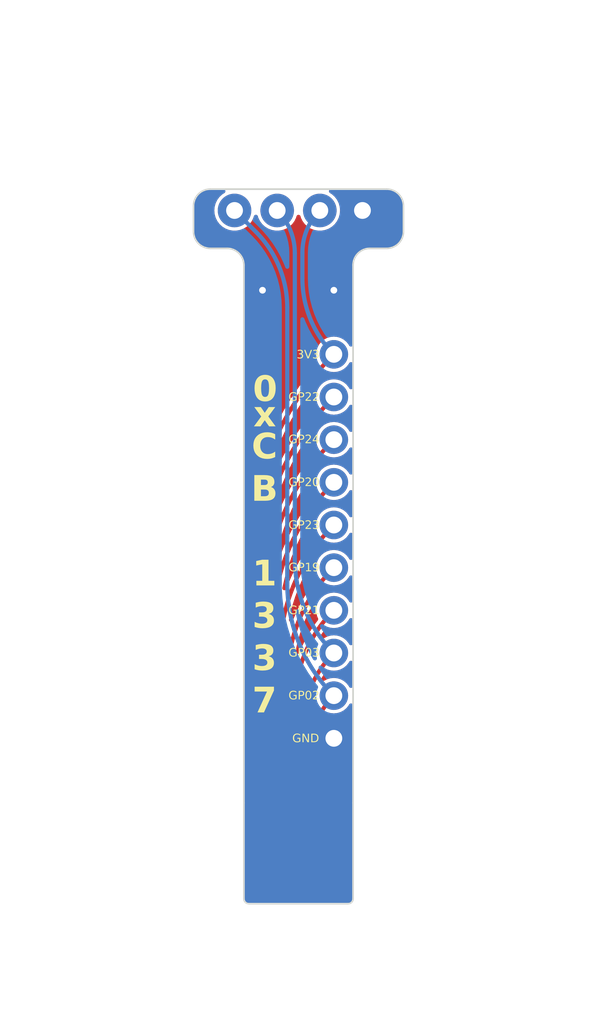
<source format=kicad_pcb>
(kicad_pcb (version 20221018) (generator pcbnew)
  (layers (0 "F.Cu" signal) (31 "B.Cu" signal) (34 "B.Paste" user) (35 "F.Paste" user) (36 "B.SilkS" user "B.Silkscreen") (37 "F.SilkS" user "F.Silkscreen") (38 "B.Mask" user) (39 "F.Mask" user) (44 "Edge.Cuts" user))
  (net 0 "")
  (net 1 "VCC")
  (net 2 "/i2c_scl")
  (net 3 "/i2c_sda")
  (net 4 "/spi_cs")
  (net 5 "/spi_dc")
  (net 6 "/spi_sdo")
  (net 7 "/spi_sdi")
  (net 8 "/spi_rst")
  (net 9 "/misc")
  (net 10 "GND")
  (footprint "Connector_PinHeader_2.54mm:PinHeader_1x10_P2.54mm_Vertical" (layer "F.Cu") (at 138.25 89.675 180)
    (fp_text reference "J3" hide)
    (fp_text value "Conn_01x10_Pin" hide)
    (pad "1" thru_hole roundrect (at 0 0 180) (size 1.7 1.7) (drill 1) (layers "*.Cu" "*.Mask") (net 10 "GND"))
    (pad "2" thru_hole oval (at 0 2.54 180) (size 1.7 1.7) (drill 1) (layers "*.Cu" "*.Mask") (net 3 "/i2c_sda"))
    (pad "3" thru_hole oval (at 0 5.08 180) (size 1.7 1.7) (drill 1) (layers "*.Cu" "*.Mask") (net 2 "/i2c_scl"))
    (pad "4" thru_hole oval (at 0 7.62 180) (size 1.7 1.7) (drill 1) (layers "*.Cu" "*.Mask") (net 4 "/spi_cs"))
    (pad "5" thru_hole oval (at 0 10.16 180) (size 1.7 1.7) (drill 1) (layers "*.Cu" "*.Mask") (net 5 "/spi_dc"))
    (pad "6" thru_hole oval (at 0 12.7 180) (size 1.7 1.7) (drill 1) (layers "*.Cu" "*.Mask") (net 6 "/spi_sdo"))
    (pad "7" thru_hole oval (at 0 15.24 180) (size 1.7 1.7) (drill 1) (layers "*.Cu" "*.Mask") (net 7 "/spi_sdi"))
    (pad "8" thru_hole oval (at 0 17.78 180) (size 1.7 1.7) (drill 1) (layers "*.Cu" "*.Mask") (net 8 "/spi_rst"))
    (pad "9" thru_hole oval (at 0 20.32 180) (size 1.7 1.7) (drill 1) (layers "*.Cu" "*.Mask") (net 9 "/misc"))
    (pad "10" thru_hole oval (at 0 22.86 180) (size 1.7 1.7) (drill 1) (layers "*.Cu" "*.Mask") (net 1 "VCC"))
  )
  (footprint "Library:FFC-SMD_12P-P0.50_X05B20U12T" (layer "F.Cu") (at 136.144 96.52)
    (fp_text reference "J1" hide)
    (fp_text value "fpc" hide)
    (fp_line (start -3.25 2.7) (end -3.25 -3) (stroke (width 0.1)) (layer "Edge.Cuts"))
    (fp_line (start -2.95 3) (end 2.95 3) (stroke (width 0.1)) (layer "Edge.Cuts"))
    (fp_line (start 3.25 2.7) (end 3.25 -3) (stroke (width 0.1)) (layer "Edge.Cuts"))
    (fp_arc (start -2.95 3) (mid -3.162132 2.912132) (end -3.25 2.7) (stroke (width 0.1)) (layer "Edge.Cuts"))
    (fp_arc (start 3.25 2.7) (mid 3.162132 2.912132) (end 2.95 3) (stroke (width 0.1)) (layer "Edge.Cuts"))
    (pad "1" smd rect (at -2.75 1.5) (size 0.3 3) (layers "F.Cu" "F.Paste" "F.Mask") (net 1 "VCC"))
    (pad "2" smd rect (at -2.25 1.5) (size 0.3 3) (layers "F.Cu" "F.Paste" "F.Mask") (net 1 "VCC"))
    (pad "3" smd rect (at -1.75 1.5) (size 0.3 3) (layers "F.Cu" "F.Paste" "F.Mask") (net 9 "/misc"))
    (pad "4" smd rect (at -1.25 1.5) (size 0.3 3) (layers "F.Cu" "F.Paste" "F.Mask") (net 8 "/spi_rst"))
    (pad "5" smd rect (at -0.75 1.5) (size 0.3 3) (layers "F.Cu" "F.Paste" "F.Mask") (net 7 "/spi_sdi"))
    (pad "6" smd rect (at -0.25 1.5) (size 0.3 3) (layers "F.Cu" "F.Paste" "F.Mask") (net 6 "/spi_sdo"))
    (pad "7" smd rect (at 0.25 1.5) (size 0.3 3) (layers "F.Cu" "F.Paste" "F.Mask") (net 5 "/spi_dc"))
    (pad "8" smd rect (at 0.75 1.5) (size 0.3 3) (layers "F.Cu" "F.Paste" "F.Mask") (net 4 "/spi_cs"))
    (pad "9" smd rect (at 1.25 1.5) (size 0.3 3) (layers "F.Cu" "F.Paste" "F.Mask") (net 2 "/i2c_scl"))
    (pad "10" smd rect (at 1.75 1.5) (size 0.3 3) (layers "F.Cu" "F.Paste" "F.Mask") (net 3 "/i2c_sda"))
    (pad "11" smd rect (at 2.25 1.5) (size 0.3 3) (layers "F.Cu" "F.Paste" "F.Mask") (net 10 "GND"))
    (pad "12" smd rect (at 2.75 1.5) (size 0.3 3) (layers "F.Cu" "F.Paste" "F.Mask") (net 10 "GND"))
  )
  (footprint "Library:oled" (layer "B.Cu") (at 136.144 58.25 180)
    (fp_text reference "J2" hide)
    (fp_text value "oled" hide)
    (fp_line (start -6.250106 0.254) (end -6.250106 -1.255768) (stroke (width 0.1)) (layer "Edge.Cuts"))
    (fp_line (start -5.250106 1.27) (end 5.249894 1.27) (stroke (width 0.1)) (layer "Edge.Cuts"))
    (fp_line (start -4.250106 -2.255768) (end -5.250106 -2.255768) (stroke (width 0.1)) (layer "Edge.Cuts"))
    (fp_line (start 4.249894 -2.255768) (end 5.249894 -2.255768) (stroke (width 0.1)) (layer "Edge.Cuts"))
    (fp_line (start 6.249894 0.254) (end 6.249894 -1.255768) (stroke (width 0.1)) (layer "Edge.Cuts"))
    (fp_arc (start -6.250106 -1.255768) (mid -5.957213 -1.962875) (end -5.250106 -2.255768) (stroke (width 0.1)) (layer "Edge.Cuts"))
    (fp_arc (start -5.250106 1.27) (mid -5.957213 0.977107) (end -6.250106 0.27) (stroke (width 0.1)) (layer "Edge.Cuts"))
    (fp_arc (start -3.250106 -3.255768) (mid -3.542999 -2.548661) (end -4.250106 -2.255768) (stroke (width 0.1)) (layer "Edge.Cuts"))
    (fp_arc (start 4.249894 -2.255768) (mid 3.542782 -2.548654) (end 3.249894 -3.255768) (stroke (width 0.1)) (layer "Edge.Cuts"))
    (fp_arc (start 5.249894 -2.255768) (mid 5.956995 -1.96287) (end 6.249894 -1.255768) (stroke (width 0.1)) (layer "Edge.Cuts"))
    (fp_arc (start 6.249894 0.27) (mid 5.957006 0.977111) (end 5.249894 1.27) (stroke (width 0.1)) (layer "Edge.Cuts"))
    (pad "1" thru_hole roundrect (at -3.81 0 90) (size 2 2) (drill 1) (layers "*.Cu" "*.Mask") (net 10 "GND"))
    (pad "2" thru_hole circle (at -1.27 0 90) (size 2 2) (drill 1) (layers "*.Cu" "*.Mask") (net 1 "VCC"))
    (pad "3" thru_hole circle (at 1.27 0 90) (size 2 2) (drill 1) (layers "*.Cu" "*.Mask") (net 2 "/i2c_scl"))
    (pad "4" thru_hole circle (at 3.81 0 90) (size 2 2) (drill 1) (layers "*.Cu" "*.Mask") (net 3 "/i2c_sda"))
  )
  (gr_line (start 132.894 93.52) (end 132.894106 61.505768) (stroke (width 0.1)) (layer "Edge.Cuts"))
  (gr_line (start 139.394 93.52) (end 139.394106 61.505768) (stroke (width 0.1)) (layer "Edge.Cuts"))
  (gr_text "GP02" (at 137.4 87.15) (layer "F.SilkS") (effects (font (size 0.5 0.5) (thickness 0.0625)) (justify right)))
  (gr_text "GND\n" (at 137.375 89.7) (layer "F.SilkS") (effects (font (size 0.5 0.5) (thickness 0.0625)) (justify right)))
  (gr_text "GP21" (at 137.4 82.075) (layer "F.SilkS") (effects (font (size 0.5 0.5) (thickness 0.0625)) (justify right)))
  (gr_text "GP20" (at 137.4 74.45) (layer "F.SilkS") (effects (font (size 0.5 0.5) (thickness 0.0625)) (justify right)))
  (gr_text "GP19" (at 137.4 79.525) (layer "F.SilkS") (effects (font (size 0.5 0.5) (thickness 0.0625)) (justify right)))
  (gr_text "GP03" (at 137.4 84.6) (layer "F.SilkS") (effects (font (size 0.5 0.5) (thickness 0.0625)) (justify right)))
  (gr_text "C\nB\n \n1\n3\n3\n7" (at 134.12 79.95) (layer "F.SilkS") (effects (font (size 1.5 1.5) (thickness 0.3) bold)))
  (gr_text "GP22" (at 137.4 69.375) (layer "F.SilkS") (effects (font (size 0.5 0.5) (thickness 0.0625)) (justify right)))
  (gr_text "GP23" (at 137.4 77) (layer "F.SilkS") (effects (font (size 0.5 0.5) (thickness 0.0625)) (justify right)))
  (gr_text "GP24" (at 137.4 71.9) (layer "F.SilkS") (effects (font (size 0.5 0.5) (thickness 0.0625)) (justify right)))
  (gr_text "0" (at 134.155 68.97) (layer "F.SilkS") (effects (font (size 1.5 1.5) (thickness 0.3) bold)))
  (gr_text "3V3" (at 137.4 66.85) (layer "F.SilkS") (effects (font (size 0.5 0.5) (thickness 0.0625)) (justify right)))
  (gr_text "x" (at 134.135 70.48) (layer "F.SilkS") (effects (font (size 1.5 1.5) (thickness 0.3) bold)))
  (segment (start 133.225 95.397447) (end 133.225 78.946442) (width 0.25) (layer "F.Cu") (net 1))
  (segment (start 133.394 98.02) (end 133.65 97.764) (width 0.25) (layer "F.Cu") (net 1))
  (segment (start 133.444974 95.90737) (end 133.430025 95.892421) (width 0.25) (layer "F.Cu") (net 1))
  (segment (start 133.65 97.764) (end 133.65 96.402325) (width 0.25) (layer "F.Cu") (net 1))
  (arc (start 138.25 66.815) (mid 134.530958 72.380946) (end 133.225 78.946442) (width 0.25) (layer "F.Cu") (net 1))
  (arc (start 133.430025 95.892421) (mid 133.278285 95.665325) (end 133.225 95.397447) (width 0.25) (layer "F.Cu") (net 1))
  (arc (start 133.444974 95.90737) (mid 133.596727 96.134481) (end 133.65 96.402325) (width 0.25) (layer "F.Cu") (net 1))
  (segment (start 136.375 62.28833) (end 136.375 60.758332) (width 0.25) (layer "B.Cu") (net 1))
  (arc (start 136.375 60.758332) (mid 136.645021 59.400846) (end 137.414 58.25) (width 0.25) (layer "B.Cu") (net 1))
  (arc (start 136.375 62.28833) (mid 136.8623 64.738154) (end 138.25 66.815) (width 0.25) (layer "B.Cu") (net 1))
  (segment (start 137.394 98.02) (end 137.394 96.30417) (width 0.25) (layer "F.Cu") (net 2))
  (segment (start 136.375 93.844146) (end 136.375 89.121581) (width 0.25) (layer "F.Cu") (net 2))
  (arc (start 136.755761 94.763385) (mid 137.228139 95.470327) (end 137.394 96.30417) (width 0.25) (layer "F.Cu") (net 2))
  (arc (start 136.755761 94.763385) (mid 136.473956 94.341635) (end 136.375 93.844146) (width 0.25) (layer "F.Cu") (net 2))
  (arc (start 138.25 84.595) (mid 136.862284 86.67184) (end 136.375 89.121581) (width 0.25) (layer "F.Cu") (net 2))
  (segment (start 135.925 78.981955) (end 135.925 60.787252) (width 0.25) (layer "B.Cu") (net 2))
  (arc (start 134.874 58.25) (mid 135.65187 59.414135) (end 135.925 60.787252) (width 0.25) (layer "B.Cu") (net 2))
  (arc (start 138.25 84.595) (mid 136.529247 82.019712) (end 135.925 78.981955) (width 0.25) (layer "B.Cu") (net 2))
  (segment (start 137.894 98.02) (end 137.894 96.238501) (width 0.25) (layer "F.Cu") (net 3))
  (segment (start 136.825 93.65775) (end 136.825 90.575321) (width 0.25) (layer "F.Cu") (net 3))
  (arc (start 136.825 93.65775) (mid 136.923957 94.155238) (end 137.205761 94.576989) (width 0.25) (layer "F.Cu") (net 3))
  (arc (start 137.894 96.238501) (mid 137.71514 95.339313) (end 137.205761 94.576989) (width 0.25) (layer "F.Cu") (net 3))
  (arc (start 136.825 90.575321) (mid 137.195358 88.713407) (end 138.25 87.135) (width 0.25) (layer "F.Cu") (net 3))
  (segment (start 132.334 58.25) (end 133.600782 59.516814) (width 0.25) (layer "B.Cu") (net 3))
  (segment (start 135.475 80.43557) (end 135.475 64.041659) (width 0.25) (layer "B.Cu") (net 3))
  (arc (start 135.475 64.041659) (mid 134.987907 61.592837) (end 133.600782 59.516814) (width 0.25) (layer "B.Cu") (net 3))
  (arc (start 135.475 80.43557) (mid 136.196196 84.06127) (end 138.25 87.135) (width 0.25) (layer "B.Cu") (net 3))
  (segment (start 136.894 98.02) (end 136.894 96.36986) (width 0.25) (layer "F.Cu") (net 4))
  (segment (start 135.925 94.030542) (end 135.925 87.667989) (width 0.25) (layer "F.Cu") (net 4))
  (arc (start 136.894 96.36986) (mid 136.741132 95.601341) (end 136.305761 94.949781) (width 0.25) (layer "F.Cu") (net 4))
  (arc (start 138.25 82.055) (mid 136.529237 84.630283) (end 135.925 87.667989) (width 0.25) (layer "F.Cu") (net 4))
  (arc (start 135.925 94.030542) (mid 136.023957 94.52803) (end 136.305761 94.949781) (width 0.25) (layer "F.Cu") (net 4))
  (segment (start 136.394 98.02) (end 136.394 96.435472) (width 0.25) (layer "F.Cu") (net 5))
  (segment (start 135.475 94.216938) (end 135.475 86.214441) (width 0.25) (layer "F.Cu") (net 5))
  (arc (start 135.475 86.214441) (mid 136.196199 82.588731) (end 138.25 79.515) (width 0.25) (layer "F.Cu") (net 5))
  (arc (start 135.855761 95.136177) (mid 136.25414 95.732348) (end 136.394 96.435472) (width 0.25) (layer "F.Cu") (net 5))
  (arc (start 135.475 94.216938) (mid 135.573957 94.714426) (end 135.855761 95.136177) (width 0.25) (layer "F.Cu") (net 5))
  (segment (start 135.025 94.403334) (end 135.025 84.760866) (width 0.25) (layer "F.Cu") (net 6))
  (segment (start 135.894 98.02) (end 135.894 96.501265) (width 0.25) (layer "F.Cu") (net 6))
  (arc (start 135.025 94.403334) (mid 135.123957 94.900822) (end 135.405761 95.322573) (width 0.25) (layer "F.Cu") (net 6))
  (arc (start 135.025 84.760866) (mid 135.863155 80.547175) (end 138.25 76.975) (width 0.25) (layer "F.Cu") (net 6))
  (arc (start 135.405761 95.322573) (mid 135.767114 95.863369) (end 135.894 96.501265) (width 0.25) (layer "F.Cu") (net 6))
  (segment (start 134.575 94.58973) (end 134.575 83.307215) (width 0.25) (layer "F.Cu") (net 7))
  (segment (start 135.394 98.02) (end 135.394 96.485686) (width 0.25) (layer "F.Cu") (net 7))
  (segment (start 135.013239 95.566447) (end 134.955761 95.508969) (width 0.25) (layer "F.Cu") (net 7))
  (arc (start 134.955761 95.508969) (mid 134.673956 95.087219) (end 134.575 94.58973) (width 0.25) (layer "F.Cu") (net 7))
  (arc (start 134.575 83.307215) (mid 135.530098 78.505614) (end 138.25 74.435) (width 0.25) (layer "F.Cu") (net 7))
  (arc (start 135.394 96.485686) (mid 135.295043 95.988198) (end 135.013239 95.566447) (width 0.25) (layer "F.Cu") (net 7))
  (segment (start 134.125 94.776126) (end 134.125 81.853517) (width 0.25) (layer "F.Cu") (net 8))
  (segment (start 134.513239 95.702843) (end 134.505761 95.695365) (width 0.25) (layer "F.Cu") (net 8))
  (segment (start 134.894 98.02) (end 134.894 96.622048) (width 0.25) (layer "F.Cu") (net 8))
  (arc (start 134.894 96.622048) (mid 134.795047 96.124585) (end 134.513239 95.702843) (width 0.25) (layer "F.Cu") (net 8))
  (arc (start 138.25 71.895) (mid 135.197032 76.46405) (end 134.125 81.853517) (width 0.25) (layer "F.Cu") (net 8))
  (arc (start 134.125 94.776126) (mid 134.223957 95.273614) (end 134.505761 95.695365) (width 0.25) (layer "F.Cu") (net 8))
  (segment (start 133.675 95.003944) (end 133.675 80.400013) (width 0.25) (layer "F.Cu") (net 9))
  (segment (start 134.394 98.02) (end 134.394 96.717056) (width 0.25) (layer "F.Cu") (net 9))
  (segment (start 134.042528 95.868528) (end 134.026472 95.852472) (width 0.25) (layer "F.Cu") (net 9))
  (arc (start 134.394 96.717056) (mid 134.302655 96.257836) (end 134.042528 95.868528) (width 0.25) (layer "F.Cu") (net 9))
  (arc (start 138.25 69.355) (mid 134.864002 74.4225) (end 133.675 80.400013) (width 0.25) (layer "F.Cu") (net 9))
  (arc (start 133.675 95.003944) (mid 133.766345 95.463164) (end 134.026472 95.852472) (width 0.25) (layer "F.Cu") (net 9))
  (segment (start 138.394 89.819) (end 138.25 89.675) (width 0.25) (layer "F.Cu") (net 10))
  (via (at 138.25 63) (size 0.8) (drill 0.4) (layers "F.Cu" "B.Cu") (net 10))
  (via (at 134 63) (size 0.8) (drill 0.4) (layers "F.Cu" "B.Cu") (net 10))
  (zone (net 1) (net_name "VCC") (layer "F.Cu") (priority 1) (connect_pads yes (clearance 0)) (min_thickness 0.25) (fill yes (thermal_gap 0.5) (thermal_bridge_width 0.5))
    (polygon (pts (xy 133.412 96.522) (xy 133.92 96.522) (xy 133.92 99.57) (xy 133.412 99.57)))
  )
  (zone (net 10) (net_name "GND") (layers "F&B.Cu") (connect_pads yes (clearance 0.1)) (min_thickness 0.25) (fill yes (thermal_gap 0.5) (thermal_bridge_width 0.5) (island_removal_mode 2) (island_area_min 1))
    (polygon (pts (xy 118.364 45.72) (xy 153.924 45.72) (xy 153.924 106.68) (xy 118.364 106.68)))
  )
)
</source>
